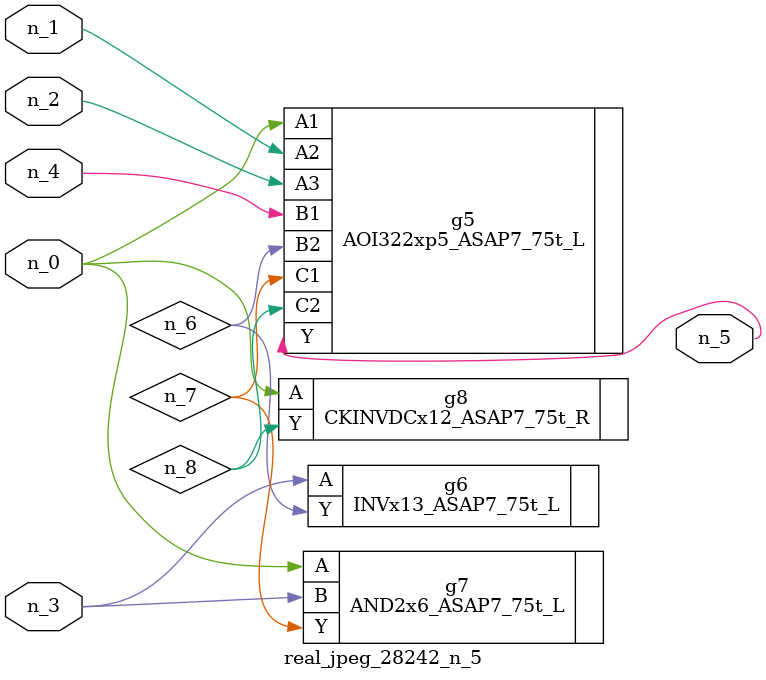
<source format=v>
module real_jpeg_28242_n_5 (n_4, n_0, n_1, n_2, n_3, n_5);

input n_4;
input n_0;
input n_1;
input n_2;
input n_3;

output n_5;

wire n_8;
wire n_6;
wire n_7;

AOI322xp5_ASAP7_75t_L g5 ( 
.A1(n_0),
.A2(n_1),
.A3(n_2),
.B1(n_4),
.B2(n_6),
.C1(n_7),
.C2(n_8),
.Y(n_5)
);

AND2x6_ASAP7_75t_L g7 ( 
.A(n_0),
.B(n_3),
.Y(n_7)
);

CKINVDCx12_ASAP7_75t_R g8 ( 
.A(n_0),
.Y(n_8)
);

INVx13_ASAP7_75t_L g6 ( 
.A(n_3),
.Y(n_6)
);


endmodule
</source>
